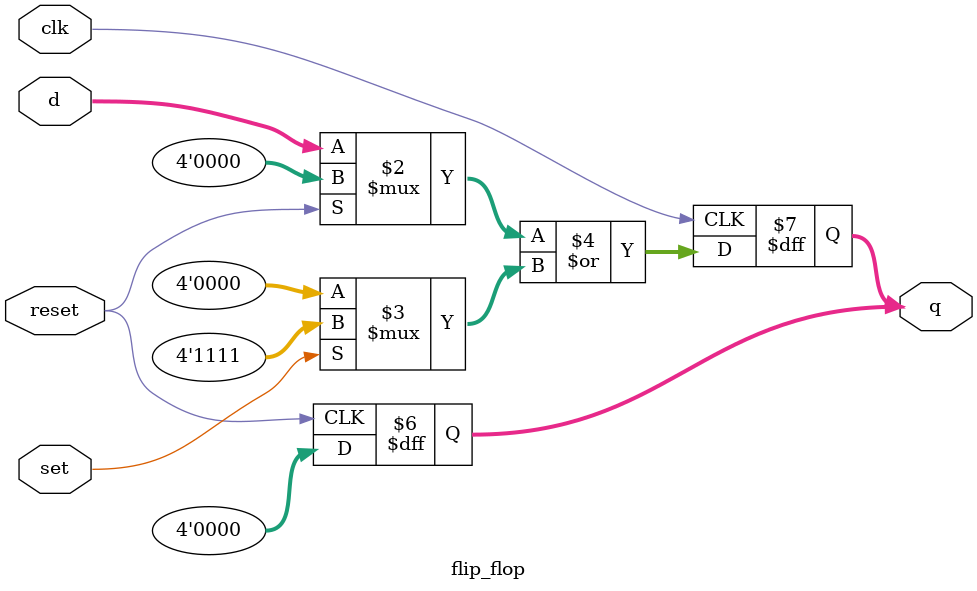
<source format=v>

module flip_flop(input wire clk,input wire [3:0] d, input wire reset, set,output reg [3:0] q);
//las entradas son clk, d que es de 4 bits, el reset y el set
//la salida es un registro q de 4 bits
always @ (posedge clk) q<= ( reset ? 4'b0000 : d) | (set ? 4'b1111 : 4'b0000);
// se utiliza operador ternario
// se hace un or de las opciones para asignarle ese valor a q
always @ (posedge reset) q = 4'b0000;
// siempre en reset se pone valor de 0 en la salida
endmodule

</source>
